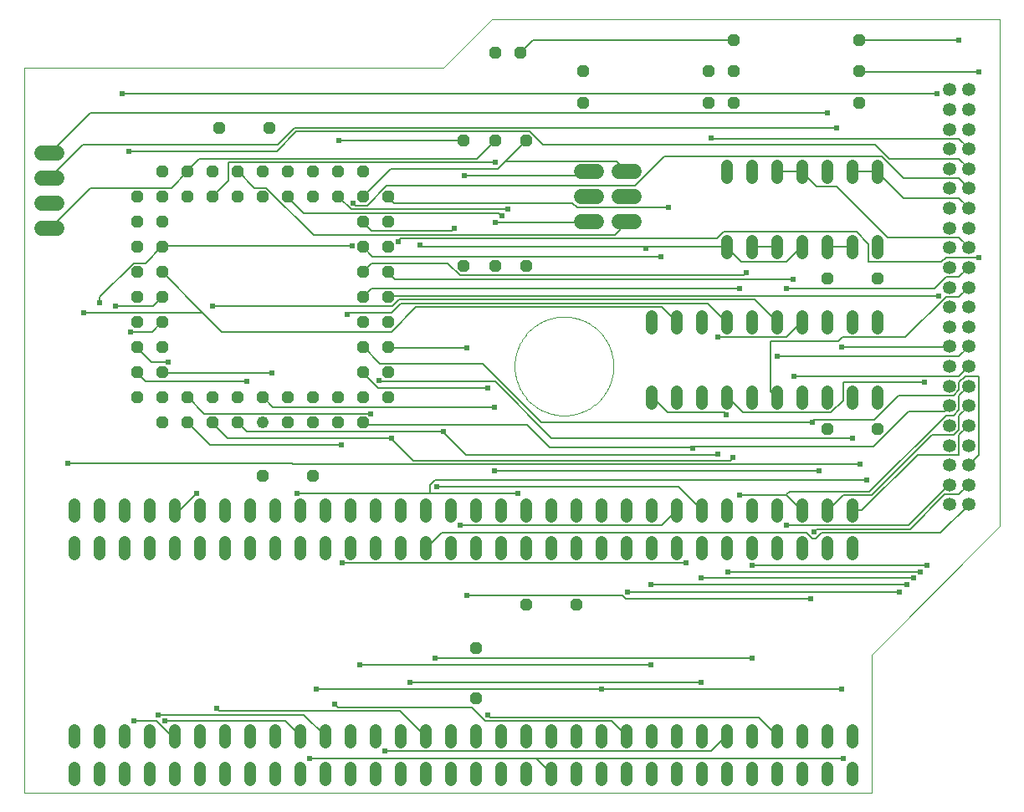
<source format=gbl>
G04 EAGLE Gerber RS-274X export*
G75*
%MOMM*%
%FSLAX34Y34*%
%LPD*%
%INBottom layer*%
%IPPOS*%
%AMOC8*
5,1,8,0,0,1.08239X$1,22.5*%
G01*
%ADD10C,0.000000*%
%ADD11C,1.219200*%
%ADD12P,1.319650X8X202.500000*%
%ADD13C,1.219200*%
%ADD14C,1.524000*%
%ADD15C,1.350000*%
%ADD16P,1.319650X8X292.500000*%
%ADD17P,1.319650X8X22.500000*%
%ADD18P,1.319650X8X112.500000*%
%ADD19C,0.203200*%
%ADD20C,0.609600*%


D10*
X0Y0D02*
X857300Y0D01*
X857300Y139750D01*
X987300Y269850D01*
X987300Y782850D01*
X473000Y782850D01*
X423800Y733650D01*
X0Y733650D01*
X0Y0D01*
X496100Y431800D02*
X496115Y433027D01*
X496160Y434253D01*
X496235Y435478D01*
X496341Y436701D01*
X496476Y437921D01*
X496641Y439137D01*
X496836Y440348D01*
X497061Y441555D01*
X497315Y442755D01*
X497598Y443949D01*
X497911Y445136D01*
X498253Y446314D01*
X498624Y447484D01*
X499023Y448644D01*
X499450Y449795D01*
X499906Y450934D01*
X500390Y452062D01*
X500901Y453178D01*
X501439Y454281D01*
X502004Y455370D01*
X502596Y456445D01*
X503214Y457505D01*
X503857Y458550D01*
X504527Y459579D01*
X505221Y460590D01*
X505940Y461585D01*
X506683Y462562D01*
X507449Y463520D01*
X508240Y464459D01*
X509052Y465378D01*
X509888Y466277D01*
X510745Y467155D01*
X511623Y468012D01*
X512522Y468848D01*
X513441Y469660D01*
X514380Y470451D01*
X515338Y471217D01*
X516315Y471960D01*
X517310Y472679D01*
X518321Y473373D01*
X519350Y474043D01*
X520395Y474686D01*
X521455Y475304D01*
X522530Y475896D01*
X523619Y476461D01*
X524722Y476999D01*
X525838Y477510D01*
X526966Y477994D01*
X528105Y478450D01*
X529256Y478877D01*
X530416Y479276D01*
X531586Y479647D01*
X532764Y479989D01*
X533951Y480302D01*
X535145Y480585D01*
X536345Y480839D01*
X537552Y481064D01*
X538763Y481259D01*
X539979Y481424D01*
X541199Y481559D01*
X542422Y481665D01*
X543647Y481740D01*
X544873Y481785D01*
X546100Y481800D01*
X547327Y481785D01*
X548553Y481740D01*
X549778Y481665D01*
X551001Y481559D01*
X552221Y481424D01*
X553437Y481259D01*
X554648Y481064D01*
X555855Y480839D01*
X557055Y480585D01*
X558249Y480302D01*
X559436Y479989D01*
X560614Y479647D01*
X561784Y479276D01*
X562944Y478877D01*
X564095Y478450D01*
X565234Y477994D01*
X566362Y477510D01*
X567478Y476999D01*
X568581Y476461D01*
X569670Y475896D01*
X570745Y475304D01*
X571805Y474686D01*
X572850Y474043D01*
X573879Y473373D01*
X574890Y472679D01*
X575885Y471960D01*
X576862Y471217D01*
X577820Y470451D01*
X578759Y469660D01*
X579678Y468848D01*
X580577Y468012D01*
X581455Y467155D01*
X582312Y466277D01*
X583148Y465378D01*
X583960Y464459D01*
X584751Y463520D01*
X585517Y462562D01*
X586260Y461585D01*
X586979Y460590D01*
X587673Y459579D01*
X588343Y458550D01*
X588986Y457505D01*
X589604Y456445D01*
X590196Y455370D01*
X590761Y454281D01*
X591299Y453178D01*
X591810Y452062D01*
X592294Y450934D01*
X592750Y449795D01*
X593177Y448644D01*
X593576Y447484D01*
X593947Y446314D01*
X594289Y445136D01*
X594602Y443949D01*
X594885Y442755D01*
X595139Y441555D01*
X595364Y440348D01*
X595559Y439137D01*
X595724Y437921D01*
X595859Y436701D01*
X595965Y435478D01*
X596040Y434253D01*
X596085Y433027D01*
X596100Y431800D01*
X596085Y430573D01*
X596040Y429347D01*
X595965Y428122D01*
X595859Y426899D01*
X595724Y425679D01*
X595559Y424463D01*
X595364Y423252D01*
X595139Y422045D01*
X594885Y420845D01*
X594602Y419651D01*
X594289Y418464D01*
X593947Y417286D01*
X593576Y416116D01*
X593177Y414956D01*
X592750Y413805D01*
X592294Y412666D01*
X591810Y411538D01*
X591299Y410422D01*
X590761Y409319D01*
X590196Y408230D01*
X589604Y407155D01*
X588986Y406095D01*
X588343Y405050D01*
X587673Y404021D01*
X586979Y403010D01*
X586260Y402015D01*
X585517Y401038D01*
X584751Y400080D01*
X583960Y399141D01*
X583148Y398222D01*
X582312Y397323D01*
X581455Y396445D01*
X580577Y395588D01*
X579678Y394752D01*
X578759Y393940D01*
X577820Y393149D01*
X576862Y392383D01*
X575885Y391640D01*
X574890Y390921D01*
X573879Y390227D01*
X572850Y389557D01*
X571805Y388914D01*
X570745Y388296D01*
X569670Y387704D01*
X568581Y387139D01*
X567478Y386601D01*
X566362Y386090D01*
X565234Y385606D01*
X564095Y385150D01*
X562944Y384723D01*
X561784Y384324D01*
X560614Y383953D01*
X559436Y383611D01*
X558249Y383298D01*
X557055Y383015D01*
X555855Y382761D01*
X554648Y382536D01*
X553437Y382341D01*
X552221Y382176D01*
X551001Y382041D01*
X549778Y381935D01*
X548553Y381860D01*
X547327Y381815D01*
X546100Y381800D01*
X544873Y381815D01*
X543647Y381860D01*
X542422Y381935D01*
X541199Y382041D01*
X539979Y382176D01*
X538763Y382341D01*
X537552Y382536D01*
X536345Y382761D01*
X535145Y383015D01*
X533951Y383298D01*
X532764Y383611D01*
X531586Y383953D01*
X530416Y384324D01*
X529256Y384723D01*
X528105Y385150D01*
X526966Y385606D01*
X525838Y386090D01*
X524722Y386601D01*
X523619Y387139D01*
X522530Y387704D01*
X521455Y388296D01*
X520395Y388914D01*
X519350Y389557D01*
X518321Y390227D01*
X517310Y390921D01*
X516315Y391640D01*
X515338Y392383D01*
X514380Y393149D01*
X513441Y393940D01*
X512522Y394752D01*
X511623Y395588D01*
X510745Y396445D01*
X509888Y397323D01*
X509052Y398222D01*
X508240Y399141D01*
X507449Y400080D01*
X506683Y401038D01*
X505940Y402015D01*
X505221Y403010D01*
X504527Y404021D01*
X503857Y405050D01*
X503214Y406095D01*
X502596Y407155D01*
X502004Y408230D01*
X501439Y409319D01*
X500901Y410422D01*
X500390Y411538D01*
X499906Y412666D01*
X499450Y413805D01*
X499023Y414956D01*
X498624Y416116D01*
X498253Y417286D01*
X497911Y418464D01*
X497598Y419651D01*
X497315Y420845D01*
X497061Y422045D01*
X496836Y423252D01*
X496641Y424463D01*
X496476Y425679D01*
X496341Y426899D01*
X496235Y428122D01*
X496160Y429347D01*
X496115Y430573D01*
X496100Y431800D01*
D11*
X241300Y374650D03*
D12*
X241300Y400050D03*
X266700Y374650D03*
X266700Y400050D03*
X292100Y374650D03*
X292100Y400050D03*
X317500Y374650D03*
X317500Y400050D03*
X342900Y374650D03*
X368300Y400050D03*
X342900Y400050D03*
X368300Y425450D03*
X342900Y425450D03*
X368300Y450850D03*
X342900Y450850D03*
X368300Y476250D03*
X342900Y476250D03*
X368300Y501650D03*
X342900Y501650D03*
X368300Y527050D03*
X342900Y527050D03*
X368300Y552450D03*
X342900Y552450D03*
X368300Y577850D03*
X342900Y577850D03*
X368300Y603250D03*
X342900Y628650D03*
X342900Y603250D03*
X317500Y628650D03*
X317500Y603250D03*
X292100Y628650D03*
X292100Y603250D03*
X266700Y628650D03*
X266700Y603250D03*
X241300Y628650D03*
X241300Y603250D03*
X215900Y628650D03*
X215900Y603250D03*
X190500Y628650D03*
X190500Y603250D03*
X165100Y628650D03*
X165100Y603250D03*
X139700Y628650D03*
X114300Y603250D03*
X139700Y603250D03*
X114300Y577850D03*
X139700Y577850D03*
X114300Y552450D03*
X139700Y552450D03*
X114300Y527050D03*
X139700Y527050D03*
X114300Y501650D03*
X139700Y501650D03*
X114300Y476250D03*
X139700Y476250D03*
X114300Y450850D03*
X139700Y450850D03*
X114300Y425450D03*
X139700Y425450D03*
X114300Y400050D03*
X139700Y374650D03*
X139700Y400050D03*
X165100Y374650D03*
X165100Y400050D03*
X190500Y374650D03*
X190500Y400050D03*
X215900Y374650D03*
X215900Y400050D03*
D13*
X863600Y622554D02*
X863600Y634746D01*
X838200Y634746D02*
X838200Y622554D01*
X711200Y622554D02*
X711200Y634746D01*
X711200Y558546D02*
X711200Y546354D01*
X812800Y622554D02*
X812800Y634746D01*
X787400Y634746D02*
X787400Y622554D01*
X736600Y622554D02*
X736600Y634746D01*
X762000Y634746D02*
X762000Y622554D01*
X736600Y558546D02*
X736600Y546354D01*
X762000Y546354D02*
X762000Y558546D01*
X787400Y558546D02*
X787400Y546354D01*
X812800Y546354D02*
X812800Y558546D01*
X838200Y558546D02*
X838200Y546354D01*
X863600Y546354D02*
X863600Y558546D01*
X863600Y482346D02*
X863600Y470154D01*
X838200Y470154D02*
X838200Y482346D01*
X711200Y482346D02*
X711200Y470154D01*
X685800Y470154D02*
X685800Y482346D01*
X812800Y482346D02*
X812800Y470154D01*
X787400Y470154D02*
X787400Y482346D01*
X736600Y482346D02*
X736600Y470154D01*
X762000Y470154D02*
X762000Y482346D01*
X660400Y482346D02*
X660400Y470154D01*
X635000Y470154D02*
X635000Y482346D01*
X635000Y406146D02*
X635000Y393954D01*
X660400Y393954D02*
X660400Y406146D01*
X685800Y406146D02*
X685800Y393954D01*
X711200Y393954D02*
X711200Y406146D01*
X736600Y406146D02*
X736600Y393954D01*
X762000Y393954D02*
X762000Y406146D01*
X787400Y406146D02*
X787400Y393954D01*
X812800Y393954D02*
X812800Y406146D01*
X838200Y406146D02*
X838200Y393954D01*
X863600Y393954D02*
X863600Y406146D01*
X838200Y291846D02*
X838200Y279654D01*
X812800Y279654D02*
X812800Y291846D01*
X787400Y291846D02*
X787400Y279654D01*
X762000Y279654D02*
X762000Y291846D01*
X736600Y291846D02*
X736600Y279654D01*
X711200Y279654D02*
X711200Y291846D01*
X685800Y291846D02*
X685800Y279654D01*
X660400Y279654D02*
X660400Y291846D01*
X635000Y291846D02*
X635000Y279654D01*
X609600Y279654D02*
X609600Y291846D01*
X584200Y291846D02*
X584200Y279654D01*
X558800Y279654D02*
X558800Y291846D01*
X533400Y291846D02*
X533400Y279654D01*
X508000Y279654D02*
X508000Y291846D01*
X482600Y291846D02*
X482600Y279654D01*
X457200Y279654D02*
X457200Y291846D01*
X431800Y291846D02*
X431800Y279654D01*
X406400Y279654D02*
X406400Y291846D01*
X381000Y291846D02*
X381000Y279654D01*
X50800Y279654D02*
X50800Y291846D01*
X50800Y63246D02*
X50800Y51054D01*
X381000Y51054D02*
X381000Y63246D01*
X406400Y63246D02*
X406400Y51054D01*
X431800Y51054D02*
X431800Y63246D01*
X457200Y63246D02*
X457200Y51054D01*
X482600Y51054D02*
X482600Y63246D01*
X508000Y63246D02*
X508000Y51054D01*
X533400Y51054D02*
X533400Y63246D01*
X558800Y63246D02*
X558800Y51054D01*
X584200Y51054D02*
X584200Y63246D01*
X609600Y63246D02*
X609600Y51054D01*
X635000Y51054D02*
X635000Y63246D01*
X660400Y63246D02*
X660400Y51054D01*
X685800Y51054D02*
X685800Y63246D01*
X711200Y63246D02*
X711200Y51054D01*
X736600Y51054D02*
X736600Y63246D01*
X762000Y63246D02*
X762000Y51054D01*
X787400Y51054D02*
X787400Y63246D01*
X812800Y63246D02*
X812800Y51054D01*
X838200Y51054D02*
X838200Y63246D01*
X355600Y279654D02*
X355600Y291846D01*
X330200Y291846D02*
X330200Y279654D01*
X304800Y279654D02*
X304800Y291846D01*
X279400Y291846D02*
X279400Y279654D01*
X254000Y279654D02*
X254000Y291846D01*
X228600Y291846D02*
X228600Y279654D01*
X203200Y279654D02*
X203200Y291846D01*
X177800Y291846D02*
X177800Y279654D01*
X152400Y279654D02*
X152400Y291846D01*
X127000Y291846D02*
X127000Y279654D01*
X101600Y279654D02*
X101600Y291846D01*
X76200Y291846D02*
X76200Y279654D01*
X355600Y63246D02*
X355600Y51054D01*
X330200Y51054D02*
X330200Y63246D01*
X304800Y63246D02*
X304800Y51054D01*
X279400Y51054D02*
X279400Y63246D01*
X254000Y63246D02*
X254000Y51054D01*
X228600Y51054D02*
X228600Y63246D01*
X203200Y63246D02*
X203200Y51054D01*
X177800Y51054D02*
X177800Y63246D01*
X152400Y63246D02*
X152400Y51054D01*
X127000Y51054D02*
X127000Y63246D01*
X101600Y63246D02*
X101600Y51054D01*
X76200Y51054D02*
X76200Y63246D01*
D14*
X33020Y647700D02*
X17780Y647700D01*
X17780Y622300D02*
X33020Y622300D01*
X33020Y596900D02*
X17780Y596900D01*
X17780Y571500D02*
X33020Y571500D01*
D15*
X956150Y291650D03*
X936150Y291650D03*
X956150Y311650D03*
X936150Y311650D03*
X956150Y331650D03*
X936150Y331650D03*
X956150Y351650D03*
X936150Y351650D03*
X956150Y371650D03*
X936150Y371650D03*
X956150Y391650D03*
X936150Y391650D03*
X956150Y411650D03*
X936150Y411650D03*
X956150Y431650D03*
X936150Y431650D03*
X956150Y451650D03*
X936150Y451650D03*
X956150Y471650D03*
X936150Y471650D03*
X956150Y491650D03*
X936150Y491650D03*
X956150Y511650D03*
X936150Y511650D03*
X956150Y531650D03*
X936150Y531650D03*
X956150Y551650D03*
X936150Y551650D03*
X956150Y571650D03*
X936150Y571650D03*
X956150Y591650D03*
X936150Y591650D03*
X956150Y611650D03*
X936150Y611650D03*
X956150Y631650D03*
X936150Y631650D03*
X956150Y651650D03*
X936150Y651650D03*
X956150Y671650D03*
X936150Y671650D03*
X956150Y691650D03*
X936150Y691650D03*
X956150Y711650D03*
X936150Y711650D03*
D13*
X838200Y253746D02*
X838200Y241554D01*
X812800Y241554D02*
X812800Y253746D01*
X787400Y253746D02*
X787400Y241554D01*
X762000Y241554D02*
X762000Y253746D01*
X736600Y253746D02*
X736600Y241554D01*
X711200Y241554D02*
X711200Y253746D01*
X685800Y253746D02*
X685800Y241554D01*
X660400Y241554D02*
X660400Y253746D01*
X635000Y253746D02*
X635000Y241554D01*
X609600Y241554D02*
X609600Y253746D01*
X584200Y253746D02*
X584200Y241554D01*
X558800Y241554D02*
X558800Y253746D01*
X533400Y253746D02*
X533400Y241554D01*
X508000Y241554D02*
X508000Y253746D01*
X482600Y253746D02*
X482600Y241554D01*
X457200Y241554D02*
X457200Y253746D01*
X431800Y253746D02*
X431800Y241554D01*
X406400Y241554D02*
X406400Y253746D01*
X381000Y253746D02*
X381000Y241554D01*
X50800Y241554D02*
X50800Y253746D01*
X50800Y25146D02*
X50800Y12954D01*
X381000Y12954D02*
X381000Y25146D01*
X406400Y25146D02*
X406400Y12954D01*
X431800Y12954D02*
X431800Y25146D01*
X457200Y25146D02*
X457200Y12954D01*
X482600Y12954D02*
X482600Y25146D01*
X508000Y25146D02*
X508000Y12954D01*
X533400Y12954D02*
X533400Y25146D01*
X558800Y25146D02*
X558800Y12954D01*
X584200Y12954D02*
X584200Y25146D01*
X609600Y25146D02*
X609600Y12954D01*
X635000Y12954D02*
X635000Y25146D01*
X660400Y25146D02*
X660400Y12954D01*
X685800Y12954D02*
X685800Y25146D01*
X711200Y25146D02*
X711200Y12954D01*
X736600Y12954D02*
X736600Y25146D01*
X762000Y25146D02*
X762000Y12954D01*
X787400Y12954D02*
X787400Y25146D01*
X812800Y25146D02*
X812800Y12954D01*
X838200Y12954D02*
X838200Y25146D01*
X355600Y241554D02*
X355600Y253746D01*
X330200Y253746D02*
X330200Y241554D01*
X304800Y241554D02*
X304800Y253746D01*
X279400Y253746D02*
X279400Y241554D01*
X254000Y241554D02*
X254000Y253746D01*
X228600Y253746D02*
X228600Y241554D01*
X203200Y241554D02*
X203200Y253746D01*
X177800Y253746D02*
X177800Y241554D01*
X152400Y241554D02*
X152400Y253746D01*
X127000Y253746D02*
X127000Y241554D01*
X101600Y241554D02*
X101600Y253746D01*
X76200Y253746D02*
X76200Y241554D01*
X355600Y25146D02*
X355600Y12954D01*
X330200Y12954D02*
X330200Y25146D01*
X304800Y25146D02*
X304800Y12954D01*
X279400Y12954D02*
X279400Y25146D01*
X254000Y25146D02*
X254000Y12954D01*
X228600Y12954D02*
X228600Y25146D01*
X203200Y25146D02*
X203200Y12954D01*
X177800Y12954D02*
X177800Y25146D01*
X152400Y25146D02*
X152400Y12954D01*
X127000Y12954D02*
X127000Y25146D01*
X101600Y25146D02*
X101600Y12954D01*
X76200Y12954D02*
X76200Y25146D01*
D16*
X444500Y660400D03*
X444500Y533400D03*
X508000Y660400D03*
X508000Y533400D03*
D12*
X692150Y698500D03*
X565150Y698500D03*
X692150Y730250D03*
X565150Y730250D03*
X844550Y762000D03*
X717550Y762000D03*
D17*
X717550Y730250D03*
X844550Y730250D03*
D12*
X844550Y698500D03*
X717550Y698500D03*
D14*
X617220Y577850D02*
X601980Y577850D01*
X601980Y603250D02*
X617220Y603250D01*
X617220Y628650D02*
X601980Y628650D01*
D17*
X476250Y749300D03*
X501650Y749300D03*
D16*
X476250Y660400D03*
X476250Y533400D03*
D14*
X563880Y577850D02*
X579120Y577850D01*
X579120Y603250D02*
X563880Y603250D01*
X563880Y628650D02*
X579120Y628650D01*
D17*
X508000Y190500D03*
X558800Y190500D03*
D18*
X457200Y95250D03*
X457200Y146050D03*
D12*
X247650Y673100D03*
X196850Y673100D03*
D17*
X241300Y320675D03*
X292100Y320675D03*
D12*
X863600Y520700D03*
X812800Y520700D03*
X863600Y368300D03*
X812800Y368300D03*
D19*
X282893Y586740D02*
X266700Y602933D01*
X282893Y586740D02*
X480060Y586740D01*
X482918Y583883D01*
X266700Y602933D02*
X266700Y603250D01*
D20*
X482918Y583883D03*
D19*
X926783Y262890D02*
X955358Y291465D01*
X926783Y262890D02*
X806768Y262890D01*
X801053Y257175D01*
X797243Y257175D01*
X791528Y262890D01*
X421958Y262890D01*
X406718Y247650D01*
X955358Y291465D02*
X956150Y291650D01*
X406718Y247650D02*
X406400Y247650D01*
X330518Y590550D02*
X318135Y602933D01*
X330518Y590550D02*
X489585Y590550D01*
X318135Y602933D02*
X317500Y603250D01*
D20*
X489585Y590550D03*
D19*
X401955Y552450D02*
X400050Y554355D01*
X628650Y552450D02*
X711200Y552450D01*
X628650Y552450D02*
X401955Y552450D01*
X771525Y537210D02*
X786765Y552450D01*
X771525Y537210D02*
X725805Y537210D01*
X711518Y551498D01*
X786765Y552450D02*
X787400Y552450D01*
X711518Y551498D02*
X711200Y552450D01*
X628650Y552450D02*
X628650Y551498D01*
D20*
X400050Y554355D03*
X628650Y551498D03*
D19*
X351473Y536258D02*
X342900Y527685D01*
X351473Y536258D02*
X428625Y536258D01*
X441008Y523875D01*
X727710Y523875D01*
X730568Y526733D01*
X342900Y527050D02*
X342900Y527685D01*
X945833Y441960D02*
X955358Y451485D01*
X945833Y441960D02*
X762000Y441960D01*
X955358Y451485D02*
X956150Y451650D01*
D20*
X730568Y526733D03*
X762000Y441960D03*
D19*
X375285Y520065D02*
X368300Y527050D01*
X375285Y520065D02*
X778193Y520065D01*
X945833Y421958D02*
X955358Y431483D01*
X945833Y421958D02*
X779145Y421958D01*
X955358Y431483D02*
X956150Y431650D01*
D20*
X778193Y520065D03*
X779145Y421958D03*
D19*
X351473Y510540D02*
X342900Y501968D01*
X351473Y510540D02*
X723900Y510540D01*
X723900Y300990D02*
X771525Y300990D01*
X786765Y285750D01*
X342900Y501650D02*
X342900Y501968D01*
X786765Y285750D02*
X787400Y285750D01*
X945833Y401955D02*
X955358Y411480D01*
X945833Y401955D02*
X945833Y387668D01*
X940118Y381953D01*
X932498Y381953D01*
X855345Y304800D01*
X774383Y304800D01*
X771525Y301943D01*
X955358Y411480D02*
X956150Y411650D01*
X771525Y301943D02*
X771525Y300990D01*
D20*
X723900Y510540D03*
X723900Y300990D03*
D19*
X369570Y502920D02*
X368300Y501650D01*
X369570Y502920D02*
X924878Y502920D01*
X828675Y300990D02*
X813435Y285750D01*
X828675Y300990D02*
X857250Y300990D01*
X918210Y361950D01*
X940118Y361950D01*
X945833Y367665D01*
X945833Y381953D01*
X955358Y391478D01*
X813435Y285750D02*
X812800Y285750D01*
X955358Y391478D02*
X956150Y391650D01*
D20*
X924878Y502920D03*
D19*
X955358Y371475D02*
X945833Y361950D01*
X945833Y341948D01*
X903923Y341948D01*
X847725Y285750D01*
X838200Y285750D01*
X955358Y371475D02*
X956150Y371650D01*
X360045Y416243D02*
X359093Y417195D01*
X360045Y416243D02*
X476250Y416243D01*
X533400Y359093D01*
X838200Y359093D01*
D20*
X359093Y417195D03*
X838200Y359093D03*
D19*
X381000Y561023D02*
X378143Y558165D01*
X381000Y561023D02*
X701040Y561023D01*
X707708Y567690D01*
X842010Y567690D01*
X854393Y555308D01*
X854393Y537210D01*
X927735Y537210D01*
X932498Y541973D01*
X965835Y541973D01*
D20*
X378143Y558165D03*
X965835Y541973D03*
D19*
X463868Y434340D02*
X360045Y434340D01*
X463868Y434340D02*
X522923Y375285D01*
X797243Y375285D01*
X956310Y332423D02*
X965835Y341948D01*
X965835Y421958D01*
X952500Y421958D01*
X945833Y415290D01*
X945833Y407670D01*
X940118Y401955D01*
X884873Y401955D01*
X860108Y377190D01*
X798195Y377190D01*
X797243Y376238D01*
X956310Y332423D02*
X956150Y331650D01*
X797243Y375285D02*
X797243Y376238D01*
D20*
X797243Y375285D03*
D19*
X343535Y450850D02*
X342900Y450850D01*
X343535Y450850D02*
X360045Y434340D01*
X945833Y301943D02*
X955358Y311468D01*
X945833Y301943D02*
X931545Y301943D01*
X896303Y266700D01*
X802005Y266700D01*
X799148Y263843D01*
X955358Y311468D02*
X956150Y311650D01*
D20*
X799148Y263843D03*
D19*
X447675Y450533D02*
X368618Y450533D01*
X447675Y200025D02*
X604838Y200025D01*
X608648Y196215D01*
X795338Y196215D01*
X368618Y450533D02*
X368300Y450850D01*
D20*
X447675Y450533D03*
X447675Y200025D03*
X795338Y196215D03*
D19*
X358140Y409575D02*
X342900Y424815D01*
X358140Y409575D02*
X468630Y409575D01*
X468630Y79058D02*
X471488Y76200D01*
X742950Y76200D01*
X762000Y57150D01*
X342900Y424815D02*
X342900Y425450D01*
X894398Y270510D02*
X935355Y311468D01*
X894398Y270510D02*
X771525Y270510D01*
X935355Y311468D02*
X936150Y311650D01*
D20*
X468630Y409575D03*
X468630Y79058D03*
X771525Y270510D03*
D19*
X736283Y136208D02*
X415290Y136208D01*
X736283Y230505D02*
X913448Y230505D01*
D20*
X415290Y136208D03*
X736283Y136208D03*
X913448Y230505D03*
X736283Y230505D03*
D19*
X695325Y41910D02*
X364808Y41910D01*
X695325Y41910D02*
X710565Y57150D01*
X711200Y57150D01*
X711518Y223838D02*
X906780Y223838D01*
D20*
X364808Y41910D03*
X906780Y223838D03*
X711518Y223838D03*
D19*
X684848Y111443D02*
X390525Y111443D01*
X684848Y217170D02*
X900113Y217170D01*
D20*
X390525Y111443D03*
X684848Y111443D03*
X900113Y217170D03*
X684848Y217170D03*
D19*
X344805Y372428D02*
X342900Y374333D01*
X344805Y372428D02*
X508635Y372428D01*
X531495Y349568D01*
X676275Y349568D01*
X342900Y374333D02*
X342900Y374650D01*
X676275Y349568D02*
X676275Y348615D01*
D20*
X676275Y348615D03*
D19*
X894398Y385763D02*
X931545Y385763D01*
X894398Y385763D02*
X859155Y350520D01*
X676275Y350520D01*
X676275Y348615D01*
X936150Y390368D02*
X936150Y391650D01*
X936150Y390368D02*
X931545Y385763D01*
X634365Y129540D02*
X339090Y129540D01*
D20*
X339090Y129540D03*
X634365Y129540D03*
D19*
X634365Y210503D02*
X893445Y210503D01*
D20*
X893445Y210503D03*
X634365Y210503D03*
D19*
X317183Y86678D02*
X314325Y89535D01*
X317183Y86678D02*
X452438Y86678D01*
X466725Y72390D01*
X594360Y72390D01*
X609600Y57150D01*
X610553Y202883D02*
X885825Y202883D01*
D20*
X314325Y89535D03*
X885825Y202883D03*
X610553Y202883D03*
D19*
X583883Y104775D02*
X295275Y104775D01*
X826770Y451485D02*
X935355Y451485D01*
X826770Y104775D02*
X583883Y104775D01*
X935355Y451485D02*
X936150Y451650D01*
D20*
X295275Y104775D03*
X583883Y104775D03*
X826770Y451485D03*
X826770Y104775D03*
D19*
X174308Y302895D02*
X157163Y285750D01*
X152400Y285750D01*
D20*
X174308Y302895D03*
D19*
X352425Y542925D02*
X342900Y552450D01*
X352425Y542925D02*
X643890Y542925D01*
X708660Y384810D02*
X710565Y382905D01*
X708660Y384810D02*
X650558Y384810D01*
X635318Y400050D01*
X635000Y400050D01*
D20*
X643890Y542925D03*
X710565Y382905D03*
D19*
X374333Y597218D02*
X368300Y603250D01*
X374333Y597218D02*
X554355Y597218D01*
X559118Y592455D01*
X651510Y592455D01*
D20*
X651510Y592455D03*
D19*
X661988Y309563D02*
X417195Y309563D01*
X661988Y309563D02*
X685800Y285750D01*
D20*
X417195Y309563D03*
D19*
X351473Y568643D02*
X342900Y577215D01*
X351473Y568643D02*
X432435Y568643D01*
X435293Y571500D01*
X441008Y270510D02*
X644843Y270510D01*
X660083Y285750D01*
X342900Y577215D02*
X342900Y577850D01*
X660083Y285750D02*
X660400Y285750D01*
D20*
X435293Y571500D03*
X441008Y270510D03*
D19*
X945833Y641985D02*
X955358Y632460D01*
X945833Y641985D02*
X875348Y641985D01*
X861060Y656273D01*
X524828Y656273D01*
X511493Y669608D01*
X275273Y669608D01*
X255270Y649605D01*
X105728Y649605D01*
X955358Y632460D02*
X956150Y631650D01*
D20*
X105728Y649605D03*
D19*
X139065Y552450D02*
X122873Y536258D01*
X110490Y536258D01*
X76200Y501968D01*
X76200Y496253D01*
X139065Y552450D02*
X139700Y552450D01*
X945833Y621983D02*
X955358Y612458D01*
X945833Y621983D02*
X889635Y621983D01*
X867728Y643890D01*
X647700Y643890D01*
X618173Y614363D01*
X366713Y614363D01*
X346710Y594360D01*
X335280Y594360D01*
X332423Y597218D01*
X331470Y553403D02*
X140018Y553403D01*
X955358Y612458D02*
X956150Y611650D01*
X140018Y553403D02*
X139700Y552450D01*
D20*
X76200Y496253D03*
X332423Y597218D03*
X331470Y553403D03*
D19*
X99060Y707708D02*
X923925Y707708D01*
D20*
X923925Y707708D03*
X99060Y707708D03*
D19*
X644843Y491490D02*
X660083Y476250D01*
X644843Y491490D02*
X396240Y491490D01*
X371475Y466725D01*
X200025Y466725D01*
X180499Y486251D02*
X139700Y527050D01*
X180499Y486251D02*
X200025Y466725D01*
X660083Y476250D02*
X660400Y476250D01*
X180023Y485775D02*
X60008Y485775D01*
X180023Y485775D02*
X180499Y486251D01*
D20*
X60008Y485775D03*
D19*
X130493Y492443D02*
X139700Y501650D01*
X130493Y492443D02*
X92393Y492443D01*
D20*
X92393Y492443D03*
D19*
X129540Y466725D02*
X139065Y476250D01*
X129540Y466725D02*
X107633Y466725D01*
X110490Y72390D02*
X133350Y72390D01*
X148590Y57150D01*
X152400Y57150D01*
X139700Y476250D02*
X139065Y476250D01*
D20*
X107633Y466725D03*
X110490Y72390D03*
D19*
X128588Y436245D02*
X114300Y450533D01*
X128588Y436245D02*
X145733Y436245D01*
X114300Y450533D02*
X114300Y450850D01*
D20*
X145733Y436245D03*
D19*
X122873Y416243D02*
X114300Y424815D01*
X122873Y416243D02*
X224790Y416243D01*
X114300Y424815D02*
X114300Y425450D01*
D20*
X224790Y416243D03*
D19*
X250508Y424815D02*
X140018Y424815D01*
X139700Y425450D01*
D20*
X250508Y424815D03*
D19*
X263843Y72390D02*
X141923Y72390D01*
X263843Y72390D02*
X279083Y57150D01*
X279400Y57150D01*
D20*
X141923Y72390D03*
D19*
X135255Y79058D02*
X282893Y79058D01*
X304800Y57150D01*
D20*
X135255Y79058D03*
D19*
X187643Y352425D02*
X165735Y374333D01*
X187643Y352425D02*
X320993Y352425D01*
X165735Y374333D02*
X165100Y374650D01*
X321945Y232410D02*
X669608Y232410D01*
D20*
X320993Y352425D03*
X669608Y232410D03*
X321945Y232410D03*
D19*
X181928Y383858D02*
X165735Y400050D01*
X181928Y383858D02*
X350520Y383858D01*
X165735Y400050D02*
X165100Y400050D01*
X691515Y495300D02*
X710565Y476250D01*
X691515Y495300D02*
X381000Y495300D01*
X371475Y485775D01*
X328613Y485775D01*
X326708Y483870D01*
X710565Y476250D02*
X711200Y476250D01*
D20*
X350520Y383858D03*
X326708Y483870D03*
D19*
X205740Y359093D02*
X190500Y374333D01*
X205740Y359093D02*
X371475Y359093D01*
X190500Y374333D02*
X190500Y374650D01*
X714375Y336233D02*
X717233Y339090D01*
X714375Y336233D02*
X393383Y336233D01*
X371475Y358140D01*
X371475Y359093D01*
D20*
X371475Y359093D03*
X717233Y339090D03*
D19*
X197168Y82868D02*
X194310Y85725D01*
X197168Y82868D02*
X380048Y82868D01*
X405765Y57150D01*
X406400Y57150D01*
X762000Y476250D02*
X739140Y499110D01*
X379095Y499110D01*
X372428Y492443D01*
X190500Y492443D01*
D20*
X194310Y85725D03*
X190500Y492443D03*
D19*
X215900Y374650D02*
X224790Y365760D01*
X423863Y365760D01*
X771525Y461010D02*
X786765Y476250D01*
X771525Y461010D02*
X701993Y461010D01*
X701993Y342900D02*
X701040Y341948D01*
X446723Y341948D01*
X423863Y364808D01*
X786765Y476250D02*
X787400Y476250D01*
X423863Y365760D02*
X423863Y364808D01*
D20*
X423863Y365760D03*
X701993Y461010D03*
X701993Y342900D03*
D19*
X251460Y390525D02*
X241935Y400050D01*
X251460Y390525D02*
X475298Y390525D01*
X241935Y400050D02*
X241300Y400050D01*
X475298Y325755D02*
X803910Y325755D01*
D20*
X475298Y390525D03*
X803910Y325755D03*
X475298Y325755D03*
D19*
X499110Y302895D02*
X410528Y302895D01*
X276225Y302895D01*
X415290Y316230D02*
X852488Y316230D01*
X415290Y316230D02*
X410528Y311468D01*
X410528Y302895D01*
D20*
X276225Y302895D03*
X499110Y302895D03*
X852488Y316230D03*
D19*
X518160Y34290D02*
X288608Y34290D01*
X518160Y34290D02*
X533400Y19050D01*
X518160Y34290D02*
X828675Y34290D01*
D20*
X288608Y34290D03*
X828675Y34290D03*
D19*
X342900Y603885D02*
X370523Y631508D01*
X479108Y631508D01*
X487204Y639604D02*
X508000Y660400D01*
X487204Y639604D02*
X479108Y631508D01*
X342900Y603885D02*
X342900Y603250D01*
X599123Y639128D02*
X609600Y628650D01*
X599123Y639128D02*
X487680Y639128D01*
X487204Y639604D01*
X812800Y552450D02*
X838200Y552450D01*
X762000Y552450D02*
X736600Y552450D01*
X762000Y628650D02*
X787400Y628650D01*
X945833Y561975D02*
X955358Y552450D01*
X945833Y561975D02*
X873443Y561975D01*
X822008Y613410D01*
X802005Y613410D01*
X787718Y627698D01*
X955358Y552450D02*
X956150Y551650D01*
X787718Y627698D02*
X787400Y628650D01*
X711518Y400050D02*
X726758Y384810D01*
X816293Y384810D01*
X828675Y397193D01*
X828675Y415290D01*
X910590Y415290D01*
X711518Y400050D02*
X711200Y400050D01*
D20*
X910590Y415290D03*
D19*
X945833Y762000D02*
X844550Y762000D01*
D20*
X945833Y762000D03*
D19*
X514350Y762000D02*
X501650Y749300D01*
X514350Y762000D02*
X717550Y762000D01*
X695325Y662940D02*
X696278Y661988D01*
X945833Y661988D01*
X955358Y652463D01*
X956150Y651650D01*
D20*
X695325Y662940D03*
D19*
X838200Y628650D02*
X863600Y628650D01*
X945833Y601980D02*
X955358Y592455D01*
X945833Y601980D02*
X889635Y601980D01*
X863918Y627698D01*
X955358Y592455D02*
X956150Y591650D01*
X863918Y627698D02*
X863600Y628650D01*
X844868Y729615D02*
X965835Y729615D01*
X844868Y729615D02*
X844550Y730250D01*
D20*
X965835Y729615D03*
D19*
X755333Y406718D02*
X762000Y400050D01*
X755333Y406718D02*
X755333Y457200D01*
X823913Y457200D01*
X827723Y461010D01*
X891540Y461010D01*
X932498Y501968D01*
X945833Y501968D01*
X955358Y511493D01*
X956150Y511650D01*
X921068Y510540D02*
X771525Y510540D01*
X921068Y510540D02*
X932498Y521970D01*
X945833Y521970D01*
X955358Y531495D01*
X956150Y531650D01*
D20*
X771525Y510540D03*
D19*
X812483Y688658D02*
X66675Y688658D01*
X25718Y647700D01*
X25400Y647700D01*
D20*
X812483Y688658D03*
D19*
X822008Y673418D02*
X273368Y673418D01*
X256223Y656273D01*
X59055Y656273D01*
X25718Y622935D01*
X25400Y622300D01*
D20*
X822008Y673418D03*
D19*
X845820Y332423D02*
X271463Y332423D01*
X270510Y333375D01*
X43815Y333375D01*
D20*
X845820Y332423D03*
X43815Y333375D03*
D19*
X148590Y612458D02*
X164783Y628650D01*
X148590Y612458D02*
X66675Y612458D01*
X25718Y571500D01*
X164783Y628650D02*
X165100Y628650D01*
X25718Y571500D02*
X25400Y571500D01*
X458153Y641985D02*
X476250Y660083D01*
X458153Y641985D02*
X177165Y641985D01*
X164783Y629603D01*
X476250Y660083D02*
X476250Y660400D01*
X165100Y628650D02*
X164783Y629603D01*
X190500Y603885D02*
X206693Y620078D01*
X206693Y638175D01*
X476250Y638175D01*
X476250Y577215D02*
X571500Y577215D01*
X190500Y603250D02*
X190500Y603885D01*
X571500Y577850D02*
X571500Y577215D01*
D20*
X476250Y638175D03*
X476250Y577215D03*
D19*
X232410Y612458D02*
X216218Y628650D01*
X232410Y612458D02*
X244793Y612458D01*
X292418Y564833D01*
X597218Y564833D01*
X609600Y577215D01*
X216218Y628650D02*
X215900Y628650D01*
X609600Y577850D02*
X609600Y577215D01*
X443865Y660083D02*
X318135Y660083D01*
X443865Y660083D02*
X444500Y660400D01*
X567690Y624840D02*
X571500Y628650D01*
X567690Y624840D02*
X444818Y624840D01*
D20*
X318135Y660083D03*
X444818Y624840D03*
M02*

</source>
